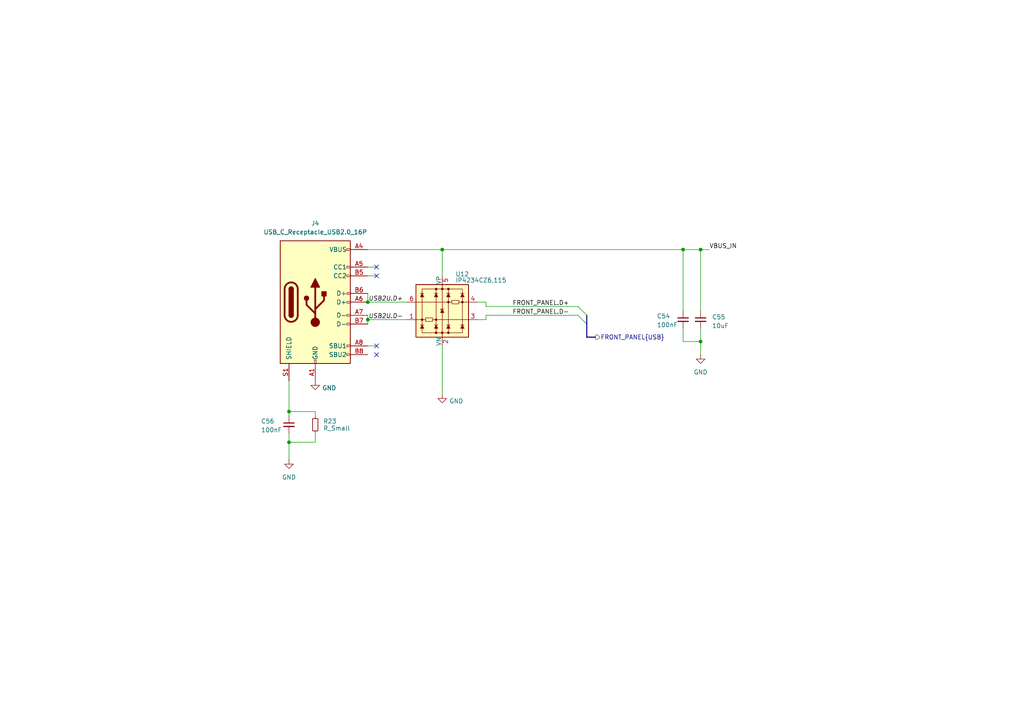
<source format=kicad_sch>
(kicad_sch (version 20231120) (generator "eeschema") (generator_version "8.0")
  (paper "A4")
  (title_block (date "2025-02-10") (rev "A") (company "ModuCard System"))
  (lib_symbols
    (symbol "Connector:USB_C_Receptacle_USB2.0_16P" (pin_names (offset 1.016))
      (property "Reference" "J401" (at 0 22.86 0))
      (property "Value" "USB_C_Receptacle_USB2.0_16P" (at 0 20.32 0))
      (symbol "USB_C_Receptacle_USB2.0_16P_0_0"
        (rectangle (start -0.254 -17.78) (end 0.254 -16.764))
        (rectangle (start 9.1794 0.208) (end 10.1954 -0.3))
        (rectangle (start 9.1794 2.748) (end 10.1954 2.24))
        (rectangle (start 10.16 -14.986) (end 9.144 -15.494))
        (rectangle (start 10.16 -12.446) (end 9.144 -12.954))
        (rectangle (start 10.16 -6.096) (end 9.144 -6.604))
        (rectangle (start 10.16 -3.556) (end 9.144 -4.064))
        (rectangle (start 10.16 7.874) (end 9.144 7.366))
        (rectangle (start 10.16 10.414) (end 9.144 9.906))
        (rectangle (start 10.16 15.494) (end 9.144 14.986))
      )
      (symbol "USB_C_Receptacle_USB2.0_16P_0_1"
        (rectangle (start -10.16 17.78) (end 10.16 -17.78) (stroke (width 0.254)) (fill (type background)))
        (arc (start -8.89 -3.81) (mid -6.985 -5.7067) (end -5.08 -3.81) (stroke (width 0.508)))
        (arc (start -7.62 -3.81) (mid -6.985 -4.4423) (end -6.35 -3.81) (stroke (width 0.254)))
        (arc (start -7.62 -3.81) (mid -6.985 -4.4423) (end -6.35 -3.81) (stroke (width 0.254)) (fill (type outline)))
        (rectangle (start -7.62 -3.81) (end -6.35 3.81) (stroke (width 0.254)) (fill (type outline)))
        (arc (start -6.35 3.81) (mid -6.985 4.4423) (end -7.62 3.81) (stroke (width 0.254)))
        (arc (start -6.35 3.81) (mid -6.985 4.4423) (end -7.62 3.81) (stroke (width 0.254)) (fill (type outline)))
        (arc (start -5.08 3.81) (mid -6.985 5.7067) (end -8.89 3.81) (stroke (width 0.508)))
        (circle (center -2.54 1.143) (radius 0.635) (stroke (width 0.254)) (fill (type outline)))
        (circle (center 0 -5.842) (radius 1.27) (fill (type outline)))
        (polyline (pts (xy -8.89 -3.81) (xy -8.89 3.81)) (stroke (width 0.508)))
        (polyline (pts (xy -5.08 3.81) (xy -5.08 -3.81)) (stroke (width 0.508)))
        (polyline (pts (xy 0 -5.842) (xy 0 4.318)) (stroke (width 0.508)))
        (polyline (pts (xy 0 -3.302) (xy -2.54 -0.762) (xy -2.54 0.508)) (stroke (width 0.508)))
        (polyline (pts (xy 0 -2.032) (xy 2.54 0.508) (xy 2.54 1.778)) (stroke (width 0.508)))
        (polyline (pts (xy -1.27 4.318) (xy 0 6.858) (xy 1.27 4.318) (xy -1.27 4.318)) (stroke (width 0.254)) (fill (type outline)))
        (rectangle (start 1.905 1.778) (end 3.175 3.048) (stroke (width 0.254)) (fill (type outline)))
      )
      (symbol "USB_C_Receptacle_USB2.0_16P_1_1"
        (pin passive line (at 0 -22.86 90) (length 5.08) (name "GND") (number "A1"))
        (pin passive line (at 0 -22.86 90) (length 5.08) hide (name "GND") (number "A12"))
        (pin passive line (at 15.24 15.24 180) (length 5.08) (name "VBUS") (number "A4"))
        (pin bidirectional line (at 15.24 10.16 180) (length 5.08) (name "CC1") (number "A5"))
        (pin bidirectional line (at 15.24 0 180) (length 5.08) (name "D+") (number "A6"))
        (pin bidirectional line (at 15.24 -3.81 180) (length 5.08) (name "D-") (number "A7"))
        (pin bidirectional line (at 15.24 -12.7 180) (length 5.08) (name "SBU1") (number "A8"))
        (pin passive line (at 15.24 15.24 180) (length 5.08) hide (name "VBUS") (number "A9"))
        (pin passive line (at 0 -22.86 90) (length 5.08) hide (name "GND") (number "B1"))
        (pin passive line (at 0 -22.86 90) (length 5.08) hide (name "GND") (number "B12"))
        (pin passive line (at 15.24 15.24 180) (length 5.08) hide (name "VBUS") (number "B4"))
        (pin bidirectional line (at 15.24 7.62 180) (length 5.08) (name "CC2") (number "B5"))
        (pin bidirectional line (at 15.24 2.54 180) (length 5.08) (name "D+") (number "B6"))
        (pin bidirectional line (at 15.24 -6.35 180) (length 5.08) (name "D-") (number "B7"))
        (pin bidirectional line (at 15.24 -15.24 180) (length 5.08) (name "SBU2") (number "B8"))
        (pin passive line (at 15.24 15.24 180) (length 5.08) hide (name "VBUS") (number "B9"))
        (pin passive line (at -7.62 -22.86 90) (length 5.08) (name "SHIELD") (number "S1"))
      )
    )
    (symbol "Device:C_Small" (pin_numbers hide) (pin_names (offset 0.254) hide)
      (property "Reference" "C" (at 0.254 1.778 0))
      (property "Value" "C_Small" (at 0.254 -2.032 0))
      (symbol "C_Small_0_1"
        (polyline (pts (xy -1.524 -0.508) (xy 1.524 -0.508)) (stroke (width 0.3302)))
        (polyline (pts (xy -1.524 0.508) (xy 1.524 0.508)) (stroke (width 0.3048)))
      )
      (symbol "C_Small_1_1"
        (pin passive line (at 0 2.54 270) (length 2.032) (name "~") (number "1"))
        (pin passive line (at 0 -2.54 90) (length 2.032) (name "~") (number "2"))
      )
    )
    (symbol "Device:R_Small" (pin_numbers hide) (pin_names (offset 0.254) hide)
      (property "Reference" "R" (at 0.762 0.508 0))
      (property "Value" "R_Small" (at 0.762 -1.016 0))
      (symbol "R_Small_0_1"
        (rectangle (start -0.762 1.778) (end 0.762 -1.778) (stroke (width 0.2032)))
      )
      (symbol "R_Small_1_1"
        (pin passive line (at 0 2.54 270) (length 0.762) (name "~") (number "1"))
        (pin passive line (at 0 -2.54 90) (length 0.762) (name "~") (number "2"))
      )
    )
    (symbol "Power_Protection:IP4234CZ6" (pin_names (offset 0))
      (property "Reference" "U" (at -6.35 8.89 0))
      (property "Value" "IP4234CZ6" (at 2.794 8.89 0))
      (symbol "IP4234CZ6_0_0"
        (rectangle (start -5.842 6.35) (end 5.842 -6.35))
        (polyline (pts (xy -1.778 -6.35) (xy -1.778 6.35)))
        (polyline (pts (xy 1.778 6.35) (xy 1.778 -6.35)))
      )
      (symbol "IP4234CZ6_0_1"
        (rectangle (start -7.62 7.62) (end 7.62 -7.62) (stroke (width 0.254)) (fill (type background)))
        (circle (center -5.842 -2.54) (radius 0.2794) (fill (type outline)))
        (circle (center -1.778 -6.35) (radius 0.2794) (fill (type outline)))
        (circle (center -1.778 -2.54) (radius 0.2794) (fill (type outline)))
        (circle (center -1.778 6.35) (radius 0.2794) (fill (type outline)))
        (circle (center 0 -6.35) (radius 0.2794) (fill (type outline)))
        (polyline (pts (xy -7.62 -2.54) (xy -4.826 -2.54)))
        (polyline (pts (xy -7.62 2.54) (xy 2.794 2.54)))
        (polyline (pts (xy -5.334 -4.064) (xy -6.35 -4.064)))
        (polyline (pts (xy -5.334 5.08) (xy -6.35 5.08)))
        (polyline (pts (xy -1.27 -4.064) (xy -2.286 -4.064)))
        (polyline (pts (xy -1.27 5.08) (xy -2.286 5.08)))
        (polyline (pts (xy -0.508 0.508) (xy -0.508 0.254)))
        (polyline (pts (xy 0 7.62) (xy 0 -7.62)))
        (polyline (pts (xy 0.508 0.508) (xy -0.508 0.508)))
        (polyline (pts (xy 2.286 -4.064) (xy 1.27 -4.064)))
        (polyline (pts (xy 2.286 5.08) (xy 1.27 5.08)))
        (polyline (pts (xy 6.35 -4.064) (xy 5.334 -4.064)))
        (polyline (pts (xy 6.35 5.08) (xy 5.334 5.08)))
        (polyline (pts (xy 7.62 -2.54) (xy -2.794 -2.54)))
        (polyline (pts (xy 7.62 2.54) (xy 4.826 2.54)))
        (circle (center 0 6.35) (radius 0.2794) (fill (type outline)))
        (circle (center 1.778 -6.35) (radius 0.2794) (fill (type outline)))
        (circle (center 1.778 2.54) (radius 0.2794) (fill (type outline)))
        (circle (center 1.778 6.35) (radius 0.2794) (fill (type outline)))
        (circle (center 5.842 2.54) (radius 0.2794) (fill (type outline)))
      )
      (symbol "IP4234CZ6_1_1"
        (rectangle (start -4.826 -2.032) (end -2.794 -3.048))
        (polyline (pts (xy -5.334 -5.08) (xy -6.35 -5.08) (xy -5.842 -4.064) (xy -5.334 -5.08)) (fill (type outline)))
        (polyline (pts (xy -5.334 4.064) (xy -6.35 4.064) (xy -5.842 5.08) (xy -5.334 4.064)) (fill (type outline)))
        (polyline (pts (xy -1.27 -5.08) (xy -2.286 -5.08) (xy -1.778 -4.064) (xy -1.27 -5.08)) (fill (type outline)))
        (polyline (pts (xy -1.27 4.064) (xy -2.286 4.064) (xy -1.778 5.08) (xy -1.27 4.064)) (fill (type outline)))
        (polyline (pts (xy 0.508 -0.508) (xy -0.508 -0.508) (xy 0 0.508) (xy 0.508 -0.508)) (fill (type outline)))
        (polyline (pts (xy 2.286 -5.08) (xy 1.27 -5.08) (xy 1.778 -4.064) (xy 2.286 -5.08)) (fill (type outline)))
        (polyline (pts (xy 2.286 4.064) (xy 1.27 4.064) (xy 1.778 5.08) (xy 2.286 4.064)) (fill (type outline)))
        (polyline (pts (xy 6.35 -5.08) (xy 5.334 -5.08) (xy 5.842 -4.064) (xy 6.35 -5.08)) (fill (type outline)))
        (polyline (pts (xy 6.35 4.064) (xy 5.334 4.064) (xy 5.842 5.08) (xy 6.35 4.064)) (fill (type outline)))
        (rectangle (start 2.794 3.048) (end 4.826 2.032))
        (pin passive line (at -10.16 -2.54 0) (length 2.54) (name "") (number "1"))
        (pin passive line (at 0 -10.16 90) (length 2.54) (name "VN") (number "2"))
        (pin passive line (at 10.16 -2.54 180) (length 2.54) (name "") (number "3"))
        (pin passive line (at 10.16 2.54 180) (length 2.54) (name "") (number "4"))
        (pin passive line (at 0 10.16 270) (length 2.54) (name "VP") (number "5"))
        (pin passive line (at -10.16 2.54 0) (length 2.54) (name "") (number "6"))
      )
    )
    (symbol "power:GND" (power) (pin_numbers hide) (pin_names (offset 0) hide)
      (property "Value" "GND" (at 0 -3.81 0))
      (symbol "GND_0_1"
        (polyline (pts (xy 0 0) (xy 0 -1.27) (xy 1.27 -1.27) (xy 0 -2.54) (xy -1.27 -1.27) (xy 0 -1.27)))
      )
      (symbol "GND_1_1"
        (pin power_in line (at 0 0 270) (length 0) (name "~") (number "1"))
      )
    )
  )
  (junction (at 106.68 92.71))
  (junction (at 198.12 72.39))
  (junction (at 128.27 72.39))
  (junction (at 83.82 119.38))
  (junction (at 83.82 128.27))
  (junction (at 203.2 72.39))
  (junction (at 106.68 87.63))
  (junction (at 203.2 99.06))
  (no_connect (at 109.22 100.33))
  (no_connect (at 109.22 80.01))
  (no_connect (at 109.22 102.87))
  (no_connect (at 109.22 77.47))
  (bus_entry (at 170.18 91.44) (size -2.54 -2.54))
  (bus_entry (at 170.18 93.98) (size -2.54 -2.54))
  (wire (pts (xy 83.82 125.73) (xy 83.82 128.27)))
  (wire (pts (xy 198.12 72.39) (xy 203.2 72.39)))
  (wire (pts (xy 140.97 92.71) (xy 140.97 91.44)))
  (wire (pts (xy 203.2 99.06) (xy 203.2 102.87)))
  (wire (pts (xy 91.44 128.27) (xy 91.44 125.73)))
  (wire (pts (xy 203.2 72.39) (xy 205.74 72.39)))
  (wire (pts (xy 106.68 72.39) (xy 128.27 72.39)))
  (wire (pts (xy 106.68 91.44) (xy 106.68 92.71)))
  (wire (pts (xy 91.44 119.38) (xy 83.82 119.38)))
  (wire (pts (xy 106.68 87.63) (xy 118.11 87.63)))
  (wire (pts (xy 83.82 110.49) (xy 83.82 119.38)))
  (wire (pts (xy 83.82 128.27) (xy 83.82 133.35)))
  (bus (pts (xy 172.72 97.79) (xy 170.18 97.79)))
  (wire (pts (xy 128.27 72.39) (xy 128.27 80.01)))
  (wire (pts (xy 106.68 92.71) (xy 118.11 92.71)))
  (wire (pts (xy 198.12 95.25) (xy 198.12 99.06)))
  (wire (pts (xy 198.12 72.39) (xy 198.12 90.17)))
  (wire (pts (xy 138.43 87.63) (xy 140.97 87.63)))
  (wire (pts (xy 83.82 119.38) (xy 83.82 120.65)))
  (wire (pts (xy 203.2 72.39) (xy 203.2 90.17)))
  (wire (pts (xy 128.27 100.33) (xy 128.27 114.3)))
  (bus (pts (xy 170.18 97.79) (xy 170.18 93.98)))
  (wire (pts (xy 167.64 88.9) (xy 140.97 88.9)))
  (wire (pts (xy 128.27 72.39) (xy 198.12 72.39)))
  (wire (pts (xy 203.2 95.25) (xy 203.2 99.06)))
  (wire (pts (xy 106.68 92.71) (xy 106.68 93.98)))
  (wire (pts (xy 106.68 100.33) (xy 109.22 100.33)))
  (bus (pts (xy 170.18 91.44) (xy 170.18 93.98)))
  (wire (pts (xy 140.97 91.44) (xy 167.64 91.44)))
  (wire (pts (xy 91.44 119.38) (xy 91.44 120.65)))
  (wire (pts (xy 140.97 92.71) (xy 138.43 92.71)))
  (wire (pts (xy 106.68 85.09) (xy 106.68 87.63)))
  (wire (pts (xy 106.68 80.01) (xy 109.22 80.01)))
  (wire (pts (xy 106.68 77.47) (xy 109.22 77.47)))
  (wire (pts (xy 91.44 128.27) (xy 83.82 128.27)))
  (wire (pts (xy 198.12 99.06) (xy 203.2 99.06)))
  (wire (pts (xy 140.97 88.9) (xy 140.97 87.63)))
  (label "USB2U.D+" (at 116.84 87.63 180) (effects (font (italic yes))))
  (label "FRONT_PANEL.D-" (at 165.1 91.44 180))
  (label "VBUS_IN" (at 205.74 72.39 0))
  (label "FRONT_PANEL.D+" (at 165.1 88.9 180))
  (label "USB2U.D-" (at 116.84 92.71 180) (effects (font (italic yes))))
  (hierarchical_label "FRONT_PANEL{USB}" (shape output) (at 172.72 97.79 0))
  (symbol (lib_id "Device:R_Small") (at 91.44 123.19 0) (unit 1)
    (property "Reference" "R23" (at 93.726 122.174 0) (effects (justify left)))
    (property "Value" "R_Small" (at 93.726 124.206 0) (effects (justify left)))
    (property "Description" "Resistor, small symbol" (effects (hide yes)))
  )
  (symbol (lib_id "power:GND") (at 128.27 114.3 0) (mirror y) (unit 1)
    (property "Reference" "#PWR0106" (effects (hide yes)))
    (property "Value" "GND" (at 132.334 116.332 0))
    (property "Description" "Power symbol creates a global label with name \"GND\" , ground" (effects (hide yes)))
  )
  (symbol (lib_id "power:GND") (at 83.82 133.35 0) (unit 1)
    (property "Reference" "#PWR0109" (effects (hide yes)))
    (property "Value" "GND" (at 83.82 138.43 0))
    (property "Description" "Power symbol creates a global label with name \"GND\" , ground" (effects (hide yes)))
  )
  (symbol (lib_id "Power_Protection:IP4234CZ6") (at 128.27 90.17 0) (unit 1)
    (property "Reference" "U12" (at 132.08 79.502 0) (effects (justify left)))
    (property "Value" "IP4234CZ6,115" (at 132.08 81.28 0) (effects (justify left)))
    (property "Footprint" "Package_TO_SOT_SMD:SC-74-6_1.55x2.9mm_P0.95mm" (effects (hide yes)))
    (property "Datasheet" "https://assets.nexperia.com/documents/data-sheet/IP4234CZ6.pdf" (effects (hide yes)))
    (property "Description" "ESD Protection, 2 channel, USB 2.0 to IEC 61000-4-2 level 4, 5.5V, SOT457 (SC-74-6)" (effects (hide yes)))
  )
  (symbol (lib_id "power:GND") (at 91.44 110.49 0) (mirror y) (unit 1)
    (property "Reference" "#PWR0104" (effects (hide yes)))
    (property "Value" "GND" (at 95.504 112.522 0))
    (property "Description" "Power symbol creates a global label with name \"GND\" , ground" (effects (hide yes)))
  )
  (symbol (lib_id "Device:C_Small") (at 198.12 92.71 0) (unit 1)
    (property "Reference" "C54" (at 190.5 91.694 0) (effects (justify left)))
    (property "Value" "100nF" (at 190.5 94.234 0) (effects (justify left)))
    (property "Description" "Unpolarized capacitor, small symbol" (effects (hide yes)))
  )
  (symbol (lib_id "Device:C_Small") (at 83.82 123.19 0) (unit 1)
    (property "Reference" "C56" (at 75.692 122.174 0) (effects (justify left)))
    (property "Value" "100nF" (at 75.692 124.714 0) (effects (justify left)))
    (property "Description" "Unpolarized capacitor, small symbol" (effects (hide yes)))
  )
  (symbol (lib_id "power:GND") (at 203.2 102.87 0) (unit 1)
    (property "Reference" "#PWR0103" (effects (hide yes)))
    (property "Value" "GND" (at 203.2 107.95 0))
    (property "Description" "Power symbol creates a global label with name \"GND\" , ground" (effects (hide yes)))
  )
  (symbol (lib_id "Connector:USB_C_Receptacle_USB2.0_16P") (at 91.44 87.63 0) (unit 1)
    (property "Reference" "J4" (at 91.44 64.77 0))
    (property "Value" "USB_C_Receptacle_USB2.0_16P" (at 91.44 67.31 0))
    (property "Datasheet" "https://www.usb.org/sites/default/files/documents/usb_type-c.zip" (effects (hide yes)))
    (property "Description" "USB 2.0-only 16P Type-C Receptacle connector" (effects (hide yes)))
  )
  (symbol (lib_id "Device:C_Small") (at 203.2 92.71 0) (unit 1)
    (property "Reference" "C55" (at 206.502 91.948 0) (effects (justify left)))
    (property "Value" "10uF" (at 206.502 94.488 0) (effects (justify left)))
    (property "Description" "Unpolarized capacitor, small symbol" (effects (hide yes)))
  )
)
</source>
